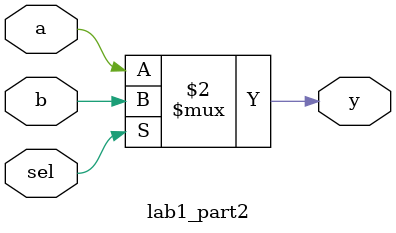
<source format=v>
module lab1_part2 (input wire a, b, sel, output wire y);
  assign y = (sel == 1'b0) ? a : b;
endmodule

</source>
